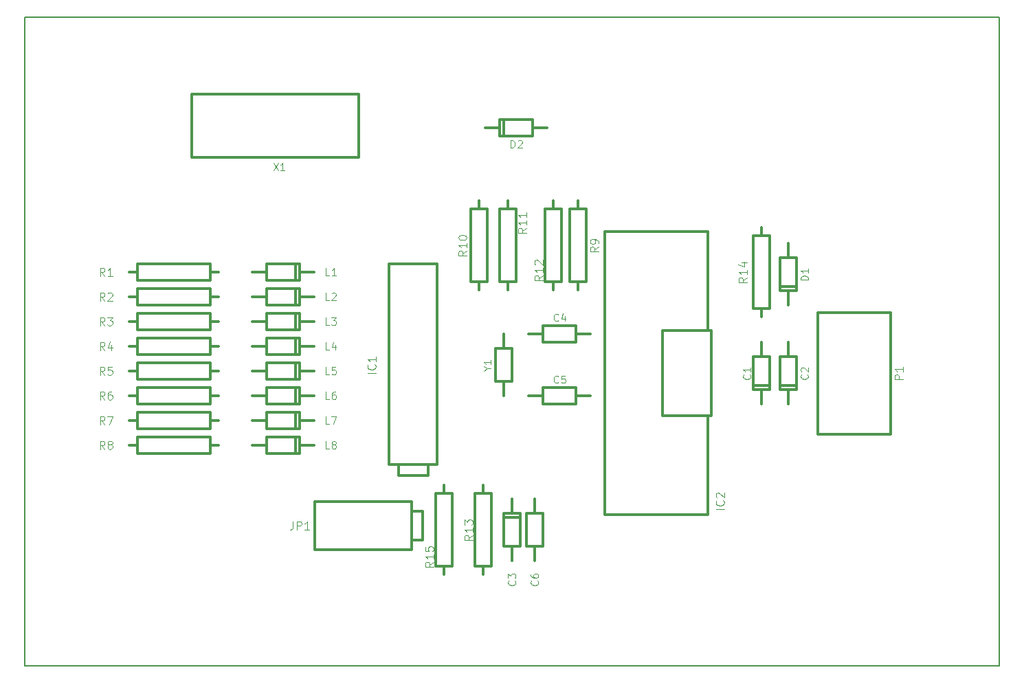
<source format=gbr>
G04 #@! TF.FileFunction,Legend,Top*
%FSLAX46Y46*%
G04 Gerber Fmt 4.6, Leading zero omitted, Abs format (unit mm)*
G04 Created by KiCad (PCBNEW 4.0.0-rc1-stable) date dom 11 oct 2015 19:36:51 CEST*
%MOMM*%
G01*
G04 APERTURE LIST*
%ADD10C,0.100000*%
%ADD11C,0.150000*%
%ADD12C,0.300000*%
%ADD13C,0.299720*%
%ADD14C,0.090000*%
%ADD15C,0.088900*%
G04 APERTURE END LIST*
D10*
D11*
X100000000Y-30000000D02*
X220000000Y-30000000D01*
X100000000Y-110000000D02*
X100000000Y-30000000D01*
X220000000Y-110000000D02*
X100000000Y-110000000D01*
X220000000Y-30000000D02*
X220000000Y-110000000D01*
D12*
X190754000Y-75946000D02*
X190754000Y-77724000D01*
X190754000Y-71882000D02*
X190754000Y-70104000D01*
X191770000Y-75438000D02*
X189738000Y-75438000D01*
X191770000Y-71882000D02*
X189738000Y-71882000D01*
X189738000Y-71882000D02*
X189738000Y-75946000D01*
X189738000Y-75946000D02*
X191770000Y-75946000D01*
X191770000Y-75946000D02*
X191770000Y-71882000D01*
X194056000Y-75946000D02*
X194056000Y-77724000D01*
X194056000Y-71882000D02*
X194056000Y-70104000D01*
X195072000Y-75438000D02*
X193040000Y-75438000D01*
X195072000Y-71882000D02*
X193040000Y-71882000D01*
X193040000Y-71882000D02*
X193040000Y-75946000D01*
X193040000Y-75946000D02*
X195072000Y-75946000D01*
X195072000Y-75946000D02*
X195072000Y-71882000D01*
X160020000Y-91186000D02*
X160020000Y-89408000D01*
X160020000Y-95250000D02*
X160020000Y-97028000D01*
X159004000Y-91694000D02*
X161036000Y-91694000D01*
X159004000Y-95250000D02*
X161036000Y-95250000D01*
X161036000Y-95250000D02*
X161036000Y-91186000D01*
X161036000Y-91186000D02*
X159004000Y-91186000D01*
X159004000Y-91186000D02*
X159004000Y-95250000D01*
X194056000Y-63754000D02*
X194056000Y-65532000D01*
X194056000Y-59690000D02*
X194056000Y-57912000D01*
X195072000Y-63246000D02*
X193040000Y-63246000D01*
X195072000Y-59690000D02*
X193040000Y-59690000D01*
X193040000Y-59690000D02*
X193040000Y-63754000D01*
X193040000Y-63754000D02*
X195072000Y-63754000D01*
X195072000Y-63754000D02*
X195072000Y-59690000D01*
X158496000Y-43688000D02*
X156718000Y-43688000D01*
X162560000Y-43688000D02*
X164338000Y-43688000D01*
X159004000Y-44704000D02*
X159004000Y-42672000D01*
X162560000Y-44704000D02*
X162560000Y-42672000D01*
X162560000Y-42672000D02*
X158496000Y-42672000D01*
X158496000Y-42672000D02*
X158496000Y-44704000D01*
X158496000Y-44704000D02*
X162560000Y-44704000D01*
X144878000Y-85188000D02*
X144878000Y-60438000D01*
X150778000Y-85188000D02*
X150778000Y-60438000D01*
X149628000Y-85188000D02*
X149628000Y-86488000D01*
X146028000Y-85188000D02*
X146028000Y-86488000D01*
X146028000Y-86488000D02*
X149628000Y-86488000D01*
X144878000Y-60438000D02*
X150778000Y-60438000D01*
X150778000Y-85188000D02*
X144878000Y-85188000D01*
X197684000Y-66414000D02*
X197684000Y-81414000D01*
X206684000Y-66414000D02*
X206684000Y-81414000D01*
X206684000Y-81414000D02*
X197684000Y-81414000D01*
X206684000Y-66414000D02*
X197684000Y-66414000D01*
X113864000Y-61468000D02*
X112864000Y-61468000D01*
X123864000Y-61468000D02*
X122864000Y-61468000D01*
X122864000Y-62468000D02*
X113864000Y-62468000D01*
X113864000Y-62468000D02*
X113864000Y-60468000D01*
X113864000Y-60468000D02*
X122864000Y-60468000D01*
X122864000Y-60468000D02*
X122864000Y-62468000D01*
X113864000Y-64516000D02*
X112864000Y-64516000D01*
X123864000Y-64516000D02*
X122864000Y-64516000D01*
X122864000Y-65516000D02*
X113864000Y-65516000D01*
X113864000Y-65516000D02*
X113864000Y-63516000D01*
X113864000Y-63516000D02*
X122864000Y-63516000D01*
X122864000Y-63516000D02*
X122864000Y-65516000D01*
X113864000Y-67564000D02*
X112864000Y-67564000D01*
X123864000Y-67564000D02*
X122864000Y-67564000D01*
X122864000Y-68564000D02*
X113864000Y-68564000D01*
X113864000Y-68564000D02*
X113864000Y-66564000D01*
X113864000Y-66564000D02*
X122864000Y-66564000D01*
X122864000Y-66564000D02*
X122864000Y-68564000D01*
X113864000Y-70612000D02*
X112864000Y-70612000D01*
X123864000Y-70612000D02*
X122864000Y-70612000D01*
X122864000Y-71612000D02*
X113864000Y-71612000D01*
X113864000Y-71612000D02*
X113864000Y-69612000D01*
X113864000Y-69612000D02*
X122864000Y-69612000D01*
X122864000Y-69612000D02*
X122864000Y-71612000D01*
X113864000Y-73660000D02*
X112864000Y-73660000D01*
X123864000Y-73660000D02*
X122864000Y-73660000D01*
X122864000Y-74660000D02*
X113864000Y-74660000D01*
X113864000Y-74660000D02*
X113864000Y-72660000D01*
X113864000Y-72660000D02*
X122864000Y-72660000D01*
X122864000Y-72660000D02*
X122864000Y-74660000D01*
X113864000Y-76708000D02*
X112864000Y-76708000D01*
X123864000Y-76708000D02*
X122864000Y-76708000D01*
X122864000Y-77708000D02*
X113864000Y-77708000D01*
X113864000Y-77708000D02*
X113864000Y-75708000D01*
X113864000Y-75708000D02*
X122864000Y-75708000D01*
X122864000Y-75708000D02*
X122864000Y-77708000D01*
X113864000Y-79756000D02*
X112864000Y-79756000D01*
X123864000Y-79756000D02*
X122864000Y-79756000D01*
X122864000Y-80756000D02*
X113864000Y-80756000D01*
X113864000Y-80756000D02*
X113864000Y-78756000D01*
X113864000Y-78756000D02*
X122864000Y-78756000D01*
X122864000Y-78756000D02*
X122864000Y-80756000D01*
X113864000Y-82804000D02*
X112864000Y-82804000D01*
X123864000Y-82804000D02*
X122864000Y-82804000D01*
X122864000Y-83804000D02*
X113864000Y-83804000D01*
X113864000Y-83804000D02*
X113864000Y-81804000D01*
X113864000Y-81804000D02*
X122864000Y-81804000D01*
X122864000Y-81804000D02*
X122864000Y-83804000D01*
X168148000Y-53666000D02*
X168148000Y-52666000D01*
X168148000Y-63666000D02*
X168148000Y-62666000D01*
X167148000Y-62666000D02*
X167148000Y-53666000D01*
X167148000Y-53666000D02*
X169148000Y-53666000D01*
X169148000Y-53666000D02*
X169148000Y-62666000D01*
X169148000Y-62666000D02*
X167148000Y-62666000D01*
X155956000Y-53666000D02*
X155956000Y-52666000D01*
X155956000Y-63666000D02*
X155956000Y-62666000D01*
X154956000Y-62666000D02*
X154956000Y-53666000D01*
X154956000Y-53666000D02*
X156956000Y-53666000D01*
X156956000Y-53666000D02*
X156956000Y-62666000D01*
X156956000Y-62666000D02*
X154956000Y-62666000D01*
X159512000Y-53666000D02*
X159512000Y-52666000D01*
X159512000Y-63666000D02*
X159512000Y-62666000D01*
X158512000Y-62666000D02*
X158512000Y-53666000D01*
X158512000Y-53666000D02*
X160512000Y-53666000D01*
X160512000Y-53666000D02*
X160512000Y-62666000D01*
X160512000Y-62666000D02*
X158512000Y-62666000D01*
X165100000Y-53666000D02*
X165100000Y-52666000D01*
X165100000Y-63666000D02*
X165100000Y-62666000D01*
X164100000Y-62666000D02*
X164100000Y-53666000D01*
X164100000Y-53666000D02*
X166100000Y-53666000D01*
X166100000Y-53666000D02*
X166100000Y-62666000D01*
X166100000Y-62666000D02*
X164100000Y-62666000D01*
X156464000Y-97718000D02*
X156464000Y-98718000D01*
X156464000Y-87718000D02*
X156464000Y-88718000D01*
X157464000Y-88718000D02*
X157464000Y-97718000D01*
X157464000Y-97718000D02*
X155464000Y-97718000D01*
X155464000Y-97718000D02*
X155464000Y-88718000D01*
X155464000Y-88718000D02*
X157464000Y-88718000D01*
X190754000Y-65968000D02*
X190754000Y-66968000D01*
X190754000Y-55968000D02*
X190754000Y-56968000D01*
X191754000Y-56968000D02*
X191754000Y-65968000D01*
X191754000Y-65968000D02*
X189754000Y-65968000D01*
X189754000Y-65968000D02*
X189754000Y-56968000D01*
X189754000Y-56968000D02*
X191754000Y-56968000D01*
X151638000Y-88718000D02*
X151638000Y-87718000D01*
X151638000Y-98718000D02*
X151638000Y-97718000D01*
X150638000Y-97718000D02*
X150638000Y-88718000D01*
X150638000Y-88718000D02*
X152638000Y-88718000D01*
X152638000Y-88718000D02*
X152638000Y-97718000D01*
X152638000Y-97718000D02*
X150638000Y-97718000D01*
D13*
X120573800Y-47315120D02*
X141104620Y-47315120D01*
X141104620Y-47315120D02*
X141104620Y-39552880D01*
X141104620Y-39552880D02*
X120573800Y-39552880D01*
X120573800Y-47315120D02*
X120573800Y-39552880D01*
D12*
X184118000Y-91364000D02*
X184118000Y-79164000D01*
X184118000Y-91364000D02*
X171418000Y-91364000D01*
X171418000Y-91364000D02*
X171418000Y-56464000D01*
X171418000Y-56464000D02*
X184118000Y-56464000D01*
X184118000Y-56464000D02*
X184118000Y-68664000D01*
X184518000Y-79164000D02*
X178568000Y-79164000D01*
X184518000Y-79164000D02*
X184518000Y-68664000D01*
X184518000Y-68664000D02*
X178568000Y-68664000D01*
X178568000Y-68664000D02*
X178568000Y-79164000D01*
X147672000Y-95660000D02*
X135672000Y-95660000D01*
X147672000Y-89760000D02*
X135672000Y-89760000D01*
X147672000Y-90910000D02*
X148972000Y-90910000D01*
X147672000Y-94510000D02*
X148972000Y-94510000D01*
X148972000Y-94510000D02*
X148972000Y-90910000D01*
X135672000Y-95660000D02*
X135672000Y-89760000D01*
X147672000Y-89760000D02*
X147672000Y-95660000D01*
X133858000Y-61468000D02*
X135636000Y-61468000D01*
X129794000Y-61468000D02*
X128016000Y-61468000D01*
X133350000Y-60452000D02*
X133350000Y-62484000D01*
X129794000Y-60452000D02*
X129794000Y-62484000D01*
X129794000Y-62484000D02*
X133858000Y-62484000D01*
X133858000Y-62484000D02*
X133858000Y-60452000D01*
X133858000Y-60452000D02*
X129794000Y-60452000D01*
X133858000Y-64516000D02*
X135636000Y-64516000D01*
X129794000Y-64516000D02*
X128016000Y-64516000D01*
X133350000Y-63500000D02*
X133350000Y-65532000D01*
X129794000Y-63500000D02*
X129794000Y-65532000D01*
X129794000Y-65532000D02*
X133858000Y-65532000D01*
X133858000Y-65532000D02*
X133858000Y-63500000D01*
X133858000Y-63500000D02*
X129794000Y-63500000D01*
X133858000Y-67564000D02*
X135636000Y-67564000D01*
X129794000Y-67564000D02*
X128016000Y-67564000D01*
X133350000Y-66548000D02*
X133350000Y-68580000D01*
X129794000Y-66548000D02*
X129794000Y-68580000D01*
X129794000Y-68580000D02*
X133858000Y-68580000D01*
X133858000Y-68580000D02*
X133858000Y-66548000D01*
X133858000Y-66548000D02*
X129794000Y-66548000D01*
X133858000Y-70612000D02*
X135636000Y-70612000D01*
X129794000Y-70612000D02*
X128016000Y-70612000D01*
X133350000Y-69596000D02*
X133350000Y-71628000D01*
X129794000Y-69596000D02*
X129794000Y-71628000D01*
X129794000Y-71628000D02*
X133858000Y-71628000D01*
X133858000Y-71628000D02*
X133858000Y-69596000D01*
X133858000Y-69596000D02*
X129794000Y-69596000D01*
X133858000Y-73660000D02*
X135636000Y-73660000D01*
X129794000Y-73660000D02*
X128016000Y-73660000D01*
X133350000Y-72644000D02*
X133350000Y-74676000D01*
X129794000Y-72644000D02*
X129794000Y-74676000D01*
X129794000Y-74676000D02*
X133858000Y-74676000D01*
X133858000Y-74676000D02*
X133858000Y-72644000D01*
X133858000Y-72644000D02*
X129794000Y-72644000D01*
X133858000Y-76708000D02*
X135636000Y-76708000D01*
X129794000Y-76708000D02*
X128016000Y-76708000D01*
X133350000Y-75692000D02*
X133350000Y-77724000D01*
X129794000Y-75692000D02*
X129794000Y-77724000D01*
X129794000Y-77724000D02*
X133858000Y-77724000D01*
X133858000Y-77724000D02*
X133858000Y-75692000D01*
X133858000Y-75692000D02*
X129794000Y-75692000D01*
X133858000Y-79756000D02*
X135636000Y-79756000D01*
X129794000Y-79756000D02*
X128016000Y-79756000D01*
X133350000Y-78740000D02*
X133350000Y-80772000D01*
X129794000Y-78740000D02*
X129794000Y-80772000D01*
X129794000Y-80772000D02*
X133858000Y-80772000D01*
X133858000Y-80772000D02*
X133858000Y-78740000D01*
X133858000Y-78740000D02*
X129794000Y-78740000D01*
X133858000Y-82804000D02*
X135636000Y-82804000D01*
X129794000Y-82804000D02*
X128016000Y-82804000D01*
X133350000Y-81788000D02*
X133350000Y-83820000D01*
X129794000Y-81788000D02*
X129794000Y-83820000D01*
X129794000Y-83820000D02*
X133858000Y-83820000D01*
X133858000Y-83820000D02*
X133858000Y-81788000D01*
X133858000Y-81788000D02*
X129794000Y-81788000D01*
X167894000Y-69088000D02*
X169672000Y-69088000D01*
X163830000Y-69088000D02*
X162052000Y-69088000D01*
X163830000Y-68072000D02*
X163830000Y-70104000D01*
X163830000Y-70104000D02*
X167894000Y-70104000D01*
X167894000Y-70104000D02*
X167894000Y-68072000D01*
X167894000Y-68072000D02*
X163830000Y-68072000D01*
X167894000Y-76708000D02*
X169672000Y-76708000D01*
X163830000Y-76708000D02*
X162052000Y-76708000D01*
X163830000Y-75692000D02*
X163830000Y-77724000D01*
X163830000Y-77724000D02*
X167894000Y-77724000D01*
X167894000Y-77724000D02*
X167894000Y-75692000D01*
X167894000Y-75692000D02*
X163830000Y-75692000D01*
X162814000Y-95250000D02*
X162814000Y-97028000D01*
X162814000Y-91186000D02*
X162814000Y-89408000D01*
X163830000Y-91186000D02*
X161798000Y-91186000D01*
X161798000Y-91186000D02*
X161798000Y-95250000D01*
X161798000Y-95250000D02*
X163830000Y-95250000D01*
X163830000Y-95250000D02*
X163830000Y-91186000D01*
X159004000Y-70866000D02*
X159004000Y-69088000D01*
X159004000Y-74930000D02*
X159004000Y-76708000D01*
X157988000Y-74930000D02*
X160020000Y-74930000D01*
X160020000Y-74930000D02*
X160020000Y-70866000D01*
X160020000Y-70866000D02*
X157988000Y-70866000D01*
X157988000Y-70866000D02*
X157988000Y-74930000D01*
D14*
X189297429Y-74064000D02*
X189340286Y-74106857D01*
X189383143Y-74235428D01*
X189383143Y-74321142D01*
X189340286Y-74449714D01*
X189254571Y-74535428D01*
X189168857Y-74578285D01*
X188997429Y-74621142D01*
X188868857Y-74621142D01*
X188697429Y-74578285D01*
X188611714Y-74535428D01*
X188526000Y-74449714D01*
X188483143Y-74321142D01*
X188483143Y-74235428D01*
X188526000Y-74106857D01*
X188568857Y-74064000D01*
X189383143Y-73206857D02*
X189383143Y-73721142D01*
X189383143Y-73464000D02*
X188483143Y-73464000D01*
X188611714Y-73549714D01*
X188697429Y-73635428D01*
X188740286Y-73721142D01*
X196377429Y-74064000D02*
X196420286Y-74106857D01*
X196463143Y-74235428D01*
X196463143Y-74321142D01*
X196420286Y-74449714D01*
X196334571Y-74535428D01*
X196248857Y-74578285D01*
X196077429Y-74621142D01*
X195948857Y-74621142D01*
X195777429Y-74578285D01*
X195691714Y-74535428D01*
X195606000Y-74449714D01*
X195563143Y-74321142D01*
X195563143Y-74235428D01*
X195606000Y-74106857D01*
X195648857Y-74064000D01*
X195648857Y-73721142D02*
X195606000Y-73678285D01*
X195563143Y-73592571D01*
X195563143Y-73378285D01*
X195606000Y-73292571D01*
X195648857Y-73249714D01*
X195734571Y-73206857D01*
X195820286Y-73206857D01*
X195948857Y-73249714D01*
X196463143Y-73764000D01*
X196463143Y-73206857D01*
X160341429Y-99464000D02*
X160384286Y-99506857D01*
X160427143Y-99635428D01*
X160427143Y-99721142D01*
X160384286Y-99849714D01*
X160298571Y-99935428D01*
X160212857Y-99978285D01*
X160041429Y-100021142D01*
X159912857Y-100021142D01*
X159741429Y-99978285D01*
X159655714Y-99935428D01*
X159570000Y-99849714D01*
X159527143Y-99721142D01*
X159527143Y-99635428D01*
X159570000Y-99506857D01*
X159612857Y-99464000D01*
X159527143Y-99164000D02*
X159527143Y-98606857D01*
X159870000Y-98906857D01*
X159870000Y-98778285D01*
X159912857Y-98692571D01*
X159955714Y-98649714D01*
X160041429Y-98606857D01*
X160255714Y-98606857D01*
X160341429Y-98649714D01*
X160384286Y-98692571D01*
X160427143Y-98778285D01*
X160427143Y-99035428D01*
X160384286Y-99121142D01*
X160341429Y-99164000D01*
X196463143Y-62386285D02*
X195563143Y-62386285D01*
X195563143Y-62172000D01*
X195606000Y-62043428D01*
X195691714Y-61957714D01*
X195777429Y-61914857D01*
X195948857Y-61872000D01*
X196077429Y-61872000D01*
X196248857Y-61914857D01*
X196334571Y-61957714D01*
X196420286Y-62043428D01*
X196463143Y-62172000D01*
X196463143Y-62386285D01*
X196463143Y-61014857D02*
X196463143Y-61529142D01*
X196463143Y-61272000D02*
X195563143Y-61272000D01*
X195691714Y-61357714D01*
X195777429Y-61443428D01*
X195820286Y-61529142D01*
X159863715Y-46095143D02*
X159863715Y-45195143D01*
X160078000Y-45195143D01*
X160206572Y-45238000D01*
X160292286Y-45323714D01*
X160335143Y-45409429D01*
X160378000Y-45580857D01*
X160378000Y-45709429D01*
X160335143Y-45880857D01*
X160292286Y-45966571D01*
X160206572Y-46052286D01*
X160078000Y-46095143D01*
X159863715Y-46095143D01*
X160720858Y-45280857D02*
X160763715Y-45238000D01*
X160849429Y-45195143D01*
X161063715Y-45195143D01*
X161149429Y-45238000D01*
X161192286Y-45280857D01*
X161235143Y-45366571D01*
X161235143Y-45452286D01*
X161192286Y-45580857D01*
X160678000Y-46095143D01*
X161235143Y-46095143D01*
D10*
X143200381Y-73874190D02*
X142200381Y-73874190D01*
X143105143Y-72826571D02*
X143152762Y-72874190D01*
X143200381Y-73017047D01*
X143200381Y-73112285D01*
X143152762Y-73255143D01*
X143057524Y-73350381D01*
X142962286Y-73398000D01*
X142771810Y-73445619D01*
X142628952Y-73445619D01*
X142438476Y-73398000D01*
X142343238Y-73350381D01*
X142248000Y-73255143D01*
X142200381Y-73112285D01*
X142200381Y-73017047D01*
X142248000Y-72874190D01*
X142295619Y-72826571D01*
X143200381Y-71874190D02*
X143200381Y-72445619D01*
X143200381Y-72159905D02*
X142200381Y-72159905D01*
X142343238Y-72255143D01*
X142438476Y-72350381D01*
X142486095Y-72445619D01*
X208136381Y-74652095D02*
X207136381Y-74652095D01*
X207136381Y-74271142D01*
X207184000Y-74175904D01*
X207231619Y-74128285D01*
X207326857Y-74080666D01*
X207469714Y-74080666D01*
X207564952Y-74128285D01*
X207612571Y-74175904D01*
X207660190Y-74271142D01*
X207660190Y-74652095D01*
X208136381Y-73128285D02*
X208136381Y-73699714D01*
X208136381Y-73414000D02*
X207136381Y-73414000D01*
X207279238Y-73509238D01*
X207374476Y-73604476D01*
X207422095Y-73699714D01*
X109815334Y-61920381D02*
X109482000Y-61444190D01*
X109243905Y-61920381D02*
X109243905Y-60920381D01*
X109624858Y-60920381D01*
X109720096Y-60968000D01*
X109767715Y-61015619D01*
X109815334Y-61110857D01*
X109815334Y-61253714D01*
X109767715Y-61348952D01*
X109720096Y-61396571D01*
X109624858Y-61444190D01*
X109243905Y-61444190D01*
X110767715Y-61920381D02*
X110196286Y-61920381D01*
X110482000Y-61920381D02*
X110482000Y-60920381D01*
X110386762Y-61063238D01*
X110291524Y-61158476D01*
X110196286Y-61206095D01*
X109815334Y-64968381D02*
X109482000Y-64492190D01*
X109243905Y-64968381D02*
X109243905Y-63968381D01*
X109624858Y-63968381D01*
X109720096Y-64016000D01*
X109767715Y-64063619D01*
X109815334Y-64158857D01*
X109815334Y-64301714D01*
X109767715Y-64396952D01*
X109720096Y-64444571D01*
X109624858Y-64492190D01*
X109243905Y-64492190D01*
X110196286Y-64063619D02*
X110243905Y-64016000D01*
X110339143Y-63968381D01*
X110577239Y-63968381D01*
X110672477Y-64016000D01*
X110720096Y-64063619D01*
X110767715Y-64158857D01*
X110767715Y-64254095D01*
X110720096Y-64396952D01*
X110148667Y-64968381D01*
X110767715Y-64968381D01*
X109815334Y-68016381D02*
X109482000Y-67540190D01*
X109243905Y-68016381D02*
X109243905Y-67016381D01*
X109624858Y-67016381D01*
X109720096Y-67064000D01*
X109767715Y-67111619D01*
X109815334Y-67206857D01*
X109815334Y-67349714D01*
X109767715Y-67444952D01*
X109720096Y-67492571D01*
X109624858Y-67540190D01*
X109243905Y-67540190D01*
X110148667Y-67016381D02*
X110767715Y-67016381D01*
X110434381Y-67397333D01*
X110577239Y-67397333D01*
X110672477Y-67444952D01*
X110720096Y-67492571D01*
X110767715Y-67587810D01*
X110767715Y-67825905D01*
X110720096Y-67921143D01*
X110672477Y-67968762D01*
X110577239Y-68016381D01*
X110291524Y-68016381D01*
X110196286Y-67968762D01*
X110148667Y-67921143D01*
X109815334Y-71064381D02*
X109482000Y-70588190D01*
X109243905Y-71064381D02*
X109243905Y-70064381D01*
X109624858Y-70064381D01*
X109720096Y-70112000D01*
X109767715Y-70159619D01*
X109815334Y-70254857D01*
X109815334Y-70397714D01*
X109767715Y-70492952D01*
X109720096Y-70540571D01*
X109624858Y-70588190D01*
X109243905Y-70588190D01*
X110672477Y-70397714D02*
X110672477Y-71064381D01*
X110434381Y-70016762D02*
X110196286Y-70731048D01*
X110815334Y-70731048D01*
X109815334Y-74112381D02*
X109482000Y-73636190D01*
X109243905Y-74112381D02*
X109243905Y-73112381D01*
X109624858Y-73112381D01*
X109720096Y-73160000D01*
X109767715Y-73207619D01*
X109815334Y-73302857D01*
X109815334Y-73445714D01*
X109767715Y-73540952D01*
X109720096Y-73588571D01*
X109624858Y-73636190D01*
X109243905Y-73636190D01*
X110720096Y-73112381D02*
X110243905Y-73112381D01*
X110196286Y-73588571D01*
X110243905Y-73540952D01*
X110339143Y-73493333D01*
X110577239Y-73493333D01*
X110672477Y-73540952D01*
X110720096Y-73588571D01*
X110767715Y-73683810D01*
X110767715Y-73921905D01*
X110720096Y-74017143D01*
X110672477Y-74064762D01*
X110577239Y-74112381D01*
X110339143Y-74112381D01*
X110243905Y-74064762D01*
X110196286Y-74017143D01*
X109815334Y-77160381D02*
X109482000Y-76684190D01*
X109243905Y-77160381D02*
X109243905Y-76160381D01*
X109624858Y-76160381D01*
X109720096Y-76208000D01*
X109767715Y-76255619D01*
X109815334Y-76350857D01*
X109815334Y-76493714D01*
X109767715Y-76588952D01*
X109720096Y-76636571D01*
X109624858Y-76684190D01*
X109243905Y-76684190D01*
X110672477Y-76160381D02*
X110482000Y-76160381D01*
X110386762Y-76208000D01*
X110339143Y-76255619D01*
X110243905Y-76398476D01*
X110196286Y-76588952D01*
X110196286Y-76969905D01*
X110243905Y-77065143D01*
X110291524Y-77112762D01*
X110386762Y-77160381D01*
X110577239Y-77160381D01*
X110672477Y-77112762D01*
X110720096Y-77065143D01*
X110767715Y-76969905D01*
X110767715Y-76731810D01*
X110720096Y-76636571D01*
X110672477Y-76588952D01*
X110577239Y-76541333D01*
X110386762Y-76541333D01*
X110291524Y-76588952D01*
X110243905Y-76636571D01*
X110196286Y-76731810D01*
X109815334Y-80208381D02*
X109482000Y-79732190D01*
X109243905Y-80208381D02*
X109243905Y-79208381D01*
X109624858Y-79208381D01*
X109720096Y-79256000D01*
X109767715Y-79303619D01*
X109815334Y-79398857D01*
X109815334Y-79541714D01*
X109767715Y-79636952D01*
X109720096Y-79684571D01*
X109624858Y-79732190D01*
X109243905Y-79732190D01*
X110148667Y-79208381D02*
X110815334Y-79208381D01*
X110386762Y-80208381D01*
X109815334Y-83256381D02*
X109482000Y-82780190D01*
X109243905Y-83256381D02*
X109243905Y-82256381D01*
X109624858Y-82256381D01*
X109720096Y-82304000D01*
X109767715Y-82351619D01*
X109815334Y-82446857D01*
X109815334Y-82589714D01*
X109767715Y-82684952D01*
X109720096Y-82732571D01*
X109624858Y-82780190D01*
X109243905Y-82780190D01*
X110386762Y-82684952D02*
X110291524Y-82637333D01*
X110243905Y-82589714D01*
X110196286Y-82494476D01*
X110196286Y-82446857D01*
X110243905Y-82351619D01*
X110291524Y-82304000D01*
X110386762Y-82256381D01*
X110577239Y-82256381D01*
X110672477Y-82304000D01*
X110720096Y-82351619D01*
X110767715Y-82446857D01*
X110767715Y-82494476D01*
X110720096Y-82589714D01*
X110672477Y-82637333D01*
X110577239Y-82684952D01*
X110386762Y-82684952D01*
X110291524Y-82732571D01*
X110243905Y-82780190D01*
X110196286Y-82875429D01*
X110196286Y-83065905D01*
X110243905Y-83161143D01*
X110291524Y-83208762D01*
X110386762Y-83256381D01*
X110577239Y-83256381D01*
X110672477Y-83208762D01*
X110720096Y-83161143D01*
X110767715Y-83065905D01*
X110767715Y-82875429D01*
X110720096Y-82780190D01*
X110672477Y-82732571D01*
X110577239Y-82684952D01*
X170632381Y-58332666D02*
X170156190Y-58666000D01*
X170632381Y-58904095D02*
X169632381Y-58904095D01*
X169632381Y-58523142D01*
X169680000Y-58427904D01*
X169727619Y-58380285D01*
X169822857Y-58332666D01*
X169965714Y-58332666D01*
X170060952Y-58380285D01*
X170108571Y-58427904D01*
X170156190Y-58523142D01*
X170156190Y-58904095D01*
X170632381Y-57856476D02*
X170632381Y-57666000D01*
X170584762Y-57570761D01*
X170537143Y-57523142D01*
X170394286Y-57427904D01*
X170203810Y-57380285D01*
X169822857Y-57380285D01*
X169727619Y-57427904D01*
X169680000Y-57475523D01*
X169632381Y-57570761D01*
X169632381Y-57761238D01*
X169680000Y-57856476D01*
X169727619Y-57904095D01*
X169822857Y-57951714D01*
X170060952Y-57951714D01*
X170156190Y-57904095D01*
X170203810Y-57856476D01*
X170251429Y-57761238D01*
X170251429Y-57570761D01*
X170203810Y-57475523D01*
X170156190Y-57427904D01*
X170060952Y-57380285D01*
X154408381Y-58808857D02*
X153932190Y-59142191D01*
X154408381Y-59380286D02*
X153408381Y-59380286D01*
X153408381Y-58999333D01*
X153456000Y-58904095D01*
X153503619Y-58856476D01*
X153598857Y-58808857D01*
X153741714Y-58808857D01*
X153836952Y-58856476D01*
X153884571Y-58904095D01*
X153932190Y-58999333D01*
X153932190Y-59380286D01*
X154408381Y-57856476D02*
X154408381Y-58427905D01*
X154408381Y-58142191D02*
X153408381Y-58142191D01*
X153551238Y-58237429D01*
X153646476Y-58332667D01*
X153694095Y-58427905D01*
X153408381Y-57237429D02*
X153408381Y-57142190D01*
X153456000Y-57046952D01*
X153503619Y-56999333D01*
X153598857Y-56951714D01*
X153789333Y-56904095D01*
X154027429Y-56904095D01*
X154217905Y-56951714D01*
X154313143Y-56999333D01*
X154360762Y-57046952D01*
X154408381Y-57142190D01*
X154408381Y-57237429D01*
X154360762Y-57332667D01*
X154313143Y-57380286D01*
X154217905Y-57427905D01*
X154027429Y-57475524D01*
X153789333Y-57475524D01*
X153598857Y-57427905D01*
X153503619Y-57380286D01*
X153456000Y-57332667D01*
X153408381Y-57237429D01*
X161742381Y-56014857D02*
X161266190Y-56348191D01*
X161742381Y-56586286D02*
X160742381Y-56586286D01*
X160742381Y-56205333D01*
X160790000Y-56110095D01*
X160837619Y-56062476D01*
X160932857Y-56014857D01*
X161075714Y-56014857D01*
X161170952Y-56062476D01*
X161218571Y-56110095D01*
X161266190Y-56205333D01*
X161266190Y-56586286D01*
X161742381Y-55062476D02*
X161742381Y-55633905D01*
X161742381Y-55348191D02*
X160742381Y-55348191D01*
X160885238Y-55443429D01*
X160980476Y-55538667D01*
X161028095Y-55633905D01*
X161742381Y-54110095D02*
X161742381Y-54681524D01*
X161742381Y-54395810D02*
X160742381Y-54395810D01*
X160885238Y-54491048D01*
X160980476Y-54586286D01*
X161028095Y-54681524D01*
X163774381Y-61856857D02*
X163298190Y-62190191D01*
X163774381Y-62428286D02*
X162774381Y-62428286D01*
X162774381Y-62047333D01*
X162822000Y-61952095D01*
X162869619Y-61904476D01*
X162964857Y-61856857D01*
X163107714Y-61856857D01*
X163202952Y-61904476D01*
X163250571Y-61952095D01*
X163298190Y-62047333D01*
X163298190Y-62428286D01*
X163774381Y-60904476D02*
X163774381Y-61475905D01*
X163774381Y-61190191D02*
X162774381Y-61190191D01*
X162917238Y-61285429D01*
X163012476Y-61380667D01*
X163060095Y-61475905D01*
X162869619Y-60523524D02*
X162822000Y-60475905D01*
X162774381Y-60380667D01*
X162774381Y-60142571D01*
X162822000Y-60047333D01*
X162869619Y-59999714D01*
X162964857Y-59952095D01*
X163060095Y-59952095D01*
X163202952Y-59999714D01*
X163774381Y-60571143D01*
X163774381Y-59952095D01*
X155138381Y-93860857D02*
X154662190Y-94194191D01*
X155138381Y-94432286D02*
X154138381Y-94432286D01*
X154138381Y-94051333D01*
X154186000Y-93956095D01*
X154233619Y-93908476D01*
X154328857Y-93860857D01*
X154471714Y-93860857D01*
X154566952Y-93908476D01*
X154614571Y-93956095D01*
X154662190Y-94051333D01*
X154662190Y-94432286D01*
X155138381Y-92908476D02*
X155138381Y-93479905D01*
X155138381Y-93194191D02*
X154138381Y-93194191D01*
X154281238Y-93289429D01*
X154376476Y-93384667D01*
X154424095Y-93479905D01*
X154138381Y-92575143D02*
X154138381Y-91956095D01*
X154519333Y-92289429D01*
X154519333Y-92146571D01*
X154566952Y-92051333D01*
X154614571Y-92003714D01*
X154709810Y-91956095D01*
X154947905Y-91956095D01*
X155043143Y-92003714D01*
X155090762Y-92051333D01*
X155138381Y-92146571D01*
X155138381Y-92432286D01*
X155090762Y-92527524D01*
X155043143Y-92575143D01*
X188920381Y-62110857D02*
X188444190Y-62444191D01*
X188920381Y-62682286D02*
X187920381Y-62682286D01*
X187920381Y-62301333D01*
X187968000Y-62206095D01*
X188015619Y-62158476D01*
X188110857Y-62110857D01*
X188253714Y-62110857D01*
X188348952Y-62158476D01*
X188396571Y-62206095D01*
X188444190Y-62301333D01*
X188444190Y-62682286D01*
X188920381Y-61158476D02*
X188920381Y-61729905D01*
X188920381Y-61444191D02*
X187920381Y-61444191D01*
X188063238Y-61539429D01*
X188158476Y-61634667D01*
X188206095Y-61729905D01*
X188253714Y-60301333D02*
X188920381Y-60301333D01*
X187872762Y-60539429D02*
X188587048Y-60777524D01*
X188587048Y-60158476D01*
X150312381Y-97162857D02*
X149836190Y-97496191D01*
X150312381Y-97734286D02*
X149312381Y-97734286D01*
X149312381Y-97353333D01*
X149360000Y-97258095D01*
X149407619Y-97210476D01*
X149502857Y-97162857D01*
X149645714Y-97162857D01*
X149740952Y-97210476D01*
X149788571Y-97258095D01*
X149836190Y-97353333D01*
X149836190Y-97734286D01*
X150312381Y-96210476D02*
X150312381Y-96781905D01*
X150312381Y-96496191D02*
X149312381Y-96496191D01*
X149455238Y-96591429D01*
X149550476Y-96686667D01*
X149598095Y-96781905D01*
X149312381Y-95305714D02*
X149312381Y-95781905D01*
X149788571Y-95829524D01*
X149740952Y-95781905D01*
X149693333Y-95686667D01*
X149693333Y-95448571D01*
X149740952Y-95353333D01*
X149788571Y-95305714D01*
X149883810Y-95258095D01*
X150121905Y-95258095D01*
X150217143Y-95305714D01*
X150264762Y-95353333D01*
X150312381Y-95448571D01*
X150312381Y-95686667D01*
X150264762Y-95781905D01*
X150217143Y-95829524D01*
D15*
X130598333Y-48027167D02*
X131191000Y-48916167D01*
X131191000Y-48027167D02*
X130598333Y-48916167D01*
X131995333Y-48916167D02*
X131487333Y-48916167D01*
X131741333Y-48916167D02*
X131741333Y-48027167D01*
X131656667Y-48154167D01*
X131572000Y-48238833D01*
X131487333Y-48281167D01*
D10*
X186126381Y-90638190D02*
X185126381Y-90638190D01*
X186031143Y-89590571D02*
X186078762Y-89638190D01*
X186126381Y-89781047D01*
X186126381Y-89876285D01*
X186078762Y-90019143D01*
X185983524Y-90114381D01*
X185888286Y-90162000D01*
X185697810Y-90209619D01*
X185554952Y-90209619D01*
X185364476Y-90162000D01*
X185269238Y-90114381D01*
X185174000Y-90019143D01*
X185126381Y-89876285D01*
X185126381Y-89781047D01*
X185174000Y-89638190D01*
X185221619Y-89590571D01*
X185221619Y-89209619D02*
X185174000Y-89162000D01*
X185126381Y-89066762D01*
X185126381Y-88828666D01*
X185174000Y-88733428D01*
X185221619Y-88685809D01*
X185316857Y-88638190D01*
X185412095Y-88638190D01*
X185554952Y-88685809D01*
X186126381Y-89257238D01*
X186126381Y-88638190D01*
X133024667Y-92162381D02*
X133024667Y-92876667D01*
X132977047Y-93019524D01*
X132881809Y-93114762D01*
X132738952Y-93162381D01*
X132643714Y-93162381D01*
X133500857Y-93162381D02*
X133500857Y-92162381D01*
X133881810Y-92162381D01*
X133977048Y-92210000D01*
X134024667Y-92257619D01*
X134072286Y-92352857D01*
X134072286Y-92495714D01*
X134024667Y-92590952D01*
X133977048Y-92638571D01*
X133881810Y-92686190D01*
X133500857Y-92686190D01*
X135024667Y-93162381D02*
X134453238Y-93162381D01*
X134738952Y-93162381D02*
X134738952Y-92162381D01*
X134643714Y-92305238D01*
X134548476Y-92400476D01*
X134453238Y-92448095D01*
D14*
X137518000Y-61875143D02*
X137089429Y-61875143D01*
X137089429Y-60975143D01*
X138289428Y-61875143D02*
X137775143Y-61875143D01*
X138032285Y-61875143D02*
X138032285Y-60975143D01*
X137946571Y-61103714D01*
X137860857Y-61189429D01*
X137775143Y-61232286D01*
X137518000Y-64923143D02*
X137089429Y-64923143D01*
X137089429Y-64023143D01*
X137775143Y-64108857D02*
X137818000Y-64066000D01*
X137903714Y-64023143D01*
X138118000Y-64023143D01*
X138203714Y-64066000D01*
X138246571Y-64108857D01*
X138289428Y-64194571D01*
X138289428Y-64280286D01*
X138246571Y-64408857D01*
X137732285Y-64923143D01*
X138289428Y-64923143D01*
X137518000Y-67971143D02*
X137089429Y-67971143D01*
X137089429Y-67071143D01*
X137732285Y-67071143D02*
X138289428Y-67071143D01*
X137989428Y-67414000D01*
X138118000Y-67414000D01*
X138203714Y-67456857D01*
X138246571Y-67499714D01*
X138289428Y-67585429D01*
X138289428Y-67799714D01*
X138246571Y-67885429D01*
X138203714Y-67928286D01*
X138118000Y-67971143D01*
X137860857Y-67971143D01*
X137775143Y-67928286D01*
X137732285Y-67885429D01*
X137518000Y-71019143D02*
X137089429Y-71019143D01*
X137089429Y-70119143D01*
X138203714Y-70419143D02*
X138203714Y-71019143D01*
X137989428Y-70076286D02*
X137775143Y-70719143D01*
X138332285Y-70719143D01*
X137518000Y-74067143D02*
X137089429Y-74067143D01*
X137089429Y-73167143D01*
X138246571Y-73167143D02*
X137818000Y-73167143D01*
X137775143Y-73595714D01*
X137818000Y-73552857D01*
X137903714Y-73510000D01*
X138118000Y-73510000D01*
X138203714Y-73552857D01*
X138246571Y-73595714D01*
X138289428Y-73681429D01*
X138289428Y-73895714D01*
X138246571Y-73981429D01*
X138203714Y-74024286D01*
X138118000Y-74067143D01*
X137903714Y-74067143D01*
X137818000Y-74024286D01*
X137775143Y-73981429D01*
X137518000Y-77115143D02*
X137089429Y-77115143D01*
X137089429Y-76215143D01*
X138203714Y-76215143D02*
X138032285Y-76215143D01*
X137946571Y-76258000D01*
X137903714Y-76300857D01*
X137818000Y-76429429D01*
X137775143Y-76600857D01*
X137775143Y-76943714D01*
X137818000Y-77029429D01*
X137860857Y-77072286D01*
X137946571Y-77115143D01*
X138118000Y-77115143D01*
X138203714Y-77072286D01*
X138246571Y-77029429D01*
X138289428Y-76943714D01*
X138289428Y-76729429D01*
X138246571Y-76643714D01*
X138203714Y-76600857D01*
X138118000Y-76558000D01*
X137946571Y-76558000D01*
X137860857Y-76600857D01*
X137818000Y-76643714D01*
X137775143Y-76729429D01*
X137518000Y-80163143D02*
X137089429Y-80163143D01*
X137089429Y-79263143D01*
X137732285Y-79263143D02*
X138332285Y-79263143D01*
X137946571Y-80163143D01*
X137518000Y-83211143D02*
X137089429Y-83211143D01*
X137089429Y-82311143D01*
X137946571Y-82696857D02*
X137860857Y-82654000D01*
X137818000Y-82611143D01*
X137775143Y-82525429D01*
X137775143Y-82482571D01*
X137818000Y-82396857D01*
X137860857Y-82354000D01*
X137946571Y-82311143D01*
X138118000Y-82311143D01*
X138203714Y-82354000D01*
X138246571Y-82396857D01*
X138289428Y-82482571D01*
X138289428Y-82525429D01*
X138246571Y-82611143D01*
X138203714Y-82654000D01*
X138118000Y-82696857D01*
X137946571Y-82696857D01*
X137860857Y-82739714D01*
X137818000Y-82782571D01*
X137775143Y-82868286D01*
X137775143Y-83039714D01*
X137818000Y-83125429D01*
X137860857Y-83168286D01*
X137946571Y-83211143D01*
X138118000Y-83211143D01*
X138203714Y-83168286D01*
X138246571Y-83125429D01*
X138289428Y-83039714D01*
X138289428Y-82868286D01*
X138246571Y-82782571D01*
X138203714Y-82739714D01*
X138118000Y-82696857D01*
X165712000Y-67409429D02*
X165669143Y-67452286D01*
X165540572Y-67495143D01*
X165454858Y-67495143D01*
X165326286Y-67452286D01*
X165240572Y-67366571D01*
X165197715Y-67280857D01*
X165154858Y-67109429D01*
X165154858Y-66980857D01*
X165197715Y-66809429D01*
X165240572Y-66723714D01*
X165326286Y-66638000D01*
X165454858Y-66595143D01*
X165540572Y-66595143D01*
X165669143Y-66638000D01*
X165712000Y-66680857D01*
X166483429Y-66895143D02*
X166483429Y-67495143D01*
X166269143Y-66552286D02*
X166054858Y-67195143D01*
X166612000Y-67195143D01*
X165712000Y-75029429D02*
X165669143Y-75072286D01*
X165540572Y-75115143D01*
X165454858Y-75115143D01*
X165326286Y-75072286D01*
X165240572Y-74986571D01*
X165197715Y-74900857D01*
X165154858Y-74729429D01*
X165154858Y-74600857D01*
X165197715Y-74429429D01*
X165240572Y-74343714D01*
X165326286Y-74258000D01*
X165454858Y-74215143D01*
X165540572Y-74215143D01*
X165669143Y-74258000D01*
X165712000Y-74300857D01*
X166526286Y-74215143D02*
X166097715Y-74215143D01*
X166054858Y-74643714D01*
X166097715Y-74600857D01*
X166183429Y-74558000D01*
X166397715Y-74558000D01*
X166483429Y-74600857D01*
X166526286Y-74643714D01*
X166569143Y-74729429D01*
X166569143Y-74943714D01*
X166526286Y-75029429D01*
X166483429Y-75072286D01*
X166397715Y-75115143D01*
X166183429Y-75115143D01*
X166097715Y-75072286D01*
X166054858Y-75029429D01*
X163135429Y-99464000D02*
X163178286Y-99506857D01*
X163221143Y-99635428D01*
X163221143Y-99721142D01*
X163178286Y-99849714D01*
X163092571Y-99935428D01*
X163006857Y-99978285D01*
X162835429Y-100021142D01*
X162706857Y-100021142D01*
X162535429Y-99978285D01*
X162449714Y-99935428D01*
X162364000Y-99849714D01*
X162321143Y-99721142D01*
X162321143Y-99635428D01*
X162364000Y-99506857D01*
X162406857Y-99464000D01*
X162321143Y-98692571D02*
X162321143Y-98864000D01*
X162364000Y-98949714D01*
X162406857Y-98992571D01*
X162535429Y-99078285D01*
X162706857Y-99121142D01*
X163049714Y-99121142D01*
X163135429Y-99078285D01*
X163178286Y-99035428D01*
X163221143Y-98949714D01*
X163221143Y-98778285D01*
X163178286Y-98692571D01*
X163135429Y-98649714D01*
X163049714Y-98606857D01*
X162835429Y-98606857D01*
X162749714Y-98649714D01*
X162706857Y-98692571D01*
X162664000Y-98778285D01*
X162664000Y-98949714D01*
X162706857Y-99035428D01*
X162749714Y-99078285D01*
X162835429Y-99121142D01*
X156982571Y-73326572D02*
X157411143Y-73326572D01*
X156511143Y-73626572D02*
X156982571Y-73326572D01*
X156511143Y-73026572D01*
X157411143Y-72255143D02*
X157411143Y-72769428D01*
X157411143Y-72512286D02*
X156511143Y-72512286D01*
X156639714Y-72598000D01*
X156725429Y-72683714D01*
X156768286Y-72769428D01*
M02*

</source>
